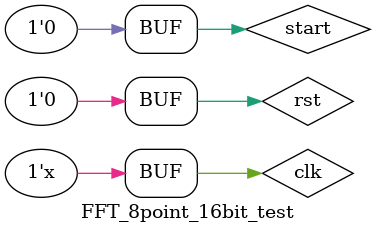
<source format=v>
`timescale 1ns / 1ps


module FFT_8point_16bit_test;

	// Inputs
	reg clk;
	reg rst;
	reg start;

	// Outputs
	wire [15:0] r7;
	wire [15:0] r6;
	wire [15:0] r5;
	wire [15:0] r4;
	wire [15:0] r3;
	wire [15:0] r2;
	wire [15:0] r1;
	wire [15:0] r0;
	wire [15:0] i7;
	wire [15:0] i6;
	wire [15:0] i5;
	wire [15:0] i4;
	wire [15:0] i3;
	wire [15:0] i2;
	wire [15:0] i1;
	wire [15:0] i0;

	// Instantiate the Unit Under Test (UUT)
	FFT_8point_16bit uut (
		.clk(clk), 
		.rst(rst), 
		.start(start), 
		.r7(r7), 
		.r6(r6), 
		.r5(r5), 
		.r4(r4), 
		.r3(r3), 
		.r2(r2), 
		.r1(r1), 
		.r0(r0), 
		.i7(i7), 
		.i6(i6), 
		.i5(i5), 
		.i4(i4), 
		.i3(i3), 
		.i2(i2), 
		.i1(i1), 
		.i0(i0)
	);
	
	always #20 clk=~clk;
	initial begin
		clk = 0;
		rst = 0;
		start = 0;
		
	end
      
endmodule


</source>
